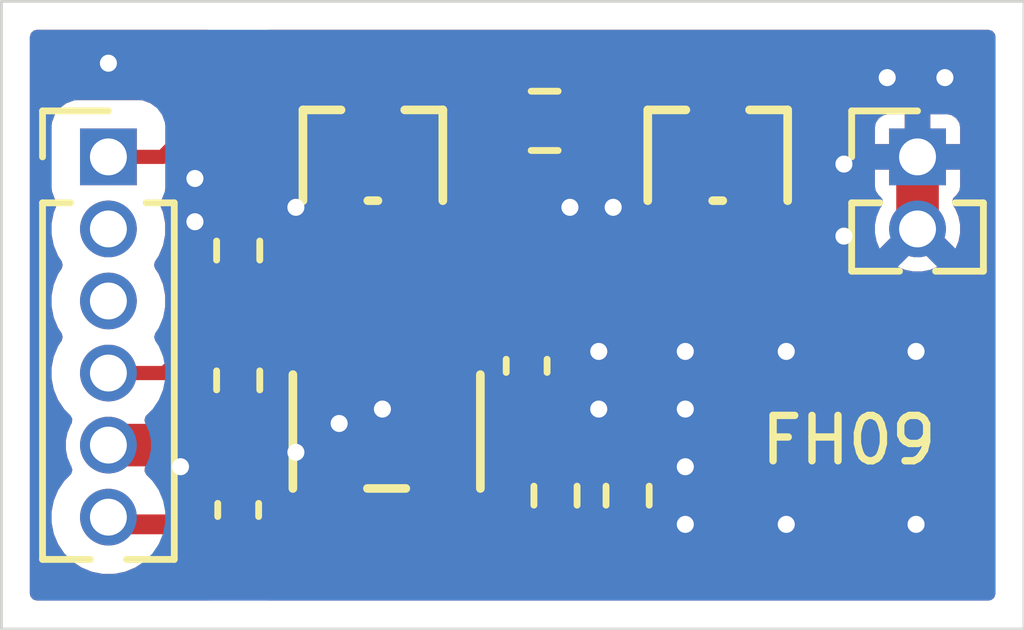
<source format=kicad_pcb>
(kicad_pcb (version 20241229) (generator "pcbnew") (generator_version "9.0")
  (layers (0 "F.Cu" signal) (2 "B.Cu" signal) (13 "F.Paste" user) (15 "B.Paste" user) (5 "F.SilkS" user "F.Silkscreen") (7 "B.SilkS" user "B.Silkscreen") (1 "F.Mask" user) (3 "B.Mask" user) (25 "Edge.Cuts" user))
  (net 0 "")
  (net 1 "/VDD")
  (net 2 "/GND")
  (net 3 "/VCC")
  (net 4 "/VCOIL_N")
  (net 5 "/VCOIL_P")
  (net 6 "Net-(R1-Pad2)")
  (net 7 "/GPIO_1")
  (net 8 "/GPIO_0")
  (net 9 "/GPIO_2")
  (net 10 "/GPIO_3")
  (footprint "Resistor_SMD:R_0402_1005Metric_Pad0.72x0.64mm_HandSolder" (layer "F.Cu") (at 121.666 90.68 90)
    (property "Reference" "R3" (hide yes))
    (property "Value" "R")
    (fp_line (start -0.167621 -0.38) (end 0.167621 -0.38) (stroke (width 0.12)) (layer "F.SilkS"))
    (fp_line (start -0.167621 0.38) (end 0.167621 0.38) (stroke (width 0.12)) (layer "F.SilkS"))
    (pad "1" smd roundrect (at -0.5975 0 90) (size 0.715 0.64) (layers "F.Cu" "F.Mask" "F.Paste") (net 3 "/VCC"))
    (pad "2" smd roundrect (at 0.5975 0 90) (size 0.715 0.64) (layers "F.Cu" "F.Mask" "F.Paste") (net 8 "/GPIO_0"))
  )
  (footprint "Resistor_SMD:R_0402_1005Metric_Pad0.72x0.64mm_HandSolder" (layer "F.Cu") (at 127.254 92.712 -90)
    (property "Reference" "R1" (hide yes))
    (property "Value" "R" (hide yes))
    (fp_line (start -0.167621 0.38) (end 0.167621 0.38) (stroke (width 0.12)) (layer "F.SilkS"))
    (fp_line (start -0.167621 -0.38) (end 0.167621 -0.38) (stroke (width 0.12)) (layer "F.SilkS"))
    (pad "1" smd roundrect (at -0.5975 0 270) (size 0.715 0.64) (layers "F.Cu" "F.Mask" "F.Paste") (net 1 "/VDD"))
    (pad "2" smd roundrect (at 0.5975 0 270) (size 0.715 0.64) (layers "F.Cu" "F.Mask" "F.Paste") (net 6 "Net-(R1-Pad2)"))
  )
  (footprint "Connector_PinHeader_1.27mm:PinHeader_1x02_P1.27mm_Vertical" (layer "F.Cu") (at 133.63 86.741)
    (property "Reference" "J1" (hide yes))
    (property "Value" "Conn_01x02_Pin" (hide yes))
    (fp_line (start -1.16 -0.81) (end 0 -0.81) (stroke (width 0.12)) (layer "F.SilkS"))
    (fp_line (start -1.16 0) (end -1.16 -0.81) (stroke (width 0.12)) (layer "F.SilkS"))
    (fp_line (start -1.16 0.81) (end -1.16 2.015) (stroke (width 0.12)) (layer "F.SilkS"))
    (fp_line (start -1.16 0.81) (end -0.666708 0.81) (stroke (width 0.12)) (layer "F.SilkS"))
    (fp_line (start -1.16 2.015) (end -0.317923 2.015) (stroke (width 0.12)) (layer "F.SilkS"))
    (fp_line (start 0.317923 2.015) (end 1.16 2.015) (stroke (width 0.12)) (layer "F.SilkS"))
    (fp_line (start 0.666708 0.81) (end 1.16 0.81) (stroke (width 0.12)) (layer "F.SilkS"))
    (fp_line (start 1.16 0.81) (end 1.16 2.015) (stroke (width 0.12)) (layer "F.SilkS"))
    (pad "1" thru_hole rect (at 0 0) (size 1 1) (drill 0.65) (layers "*.Cu" "*.Mask") (net 2 "/GND"))
    (pad "2" thru_hole circle (at 0 1.27) (size 1 1) (drill 0.65) (layers "*.Cu" "*.Mask") (net 2 "/GND"))
  )
  (footprint "Capacitor_SMD:C_0402_1005Metric_Pad0.74x0.62mm_HandSolder" (layer "F.Cu") (at 126.746 90.424 -90)
    (property "Reference" "C2" (hide yes))
    (property "Value" "C_Small_US" (hide yes))
    (fp_line (start -0.115835 0.36) (end 0.115835 0.36) (stroke (width 0.12)) (layer "F.SilkS"))
    (fp_line (start -0.115835 -0.36) (end 0.115835 -0.36) (stroke (width 0.12)) (layer "F.SilkS"))
    (pad "1" smd roundrect (at -0.5675 0 270) (size 0.735 0.62) (layers "F.Cu" "F.Mask" "F.Paste") (net 3 "/VCC"))
    (pad "2" smd roundrect (at 0.5675 0 270) (size 0.735 0.62) (layers "F.Cu" "F.Mask" "F.Paste") (net 2 "/GND"))
  )
  (footprint "headstage_footprints:SC-70_SOT323_NEX" (layer "F.Cu") (at 130.111 86.713)
    (property "Reference" "U3" (hide yes))
    (property "Value" "~" (hide yes))
    (fp_line (start -1.2319 -0.8001) (end -1.2319 0.8001) (stroke (width 0.1524)) (layer "F.SilkS"))
    (fp_line (start -0.56134 -0.8001) (end -1.2319 -0.8001) (stroke (width 0.1524)) (layer "F.SilkS"))
    (fp_line (start -0.088659 0.8001) (end 0.088659 0.8001) (stroke (width 0.1524)) (layer "F.SilkS"))
    (fp_line (start 1.2319 -0.8001) (end 0.56134 -0.8001) (stroke (width 0.1524)) (layer "F.SilkS"))
    (fp_line (start 1.2319 0.8001) (end 1.2319 -0.8001) (stroke (width 0.1524)) (layer "F.SilkS"))
    (pad "1" smd rect (at -0.649999 0.8763) (size 0.4572 1.1684) (layers "F.Cu" "F.Mask" "F.Paste") (net 2 "/GND"))
    (pad "2" smd rect (at 0.649999 0.8763) (size 0.4572 1.1684) (layers "F.Cu" "F.Mask" "F.Paste") (net 3 "/VCC"))
    (pad "3" smd rect (at 0 -0.8763) (size 0.4572 1.1684) (layers "F.Cu" "F.Mask" "F.Paste") (net 5 "/VCOIL_P"))
  )
  (footprint "Resistor_SMD:R_0402_1005Metric_Pad0.72x0.64mm_HandSolder" (layer "F.Cu") (at 121.666 88.392 90)
    (property "Reference" "R4" (hide yes))
    (property "Value" "R" (hide yes))
    (fp_line (start -0.167621 -0.38) (end 0.167621 -0.38) (stroke (width 0.12)) (layer "F.SilkS"))
    (fp_line (start -0.167621 0.38) (end 0.167621 0.38) (stroke (width 0.12)) (layer "F.SilkS"))
    (pad "1" smd roundrect (at -0.5975 0 90) (size 0.715 0.64) (layers "F.Cu" "F.Mask" "F.Paste") (net 8 "/GPIO_0"))
    (pad "2" smd roundrect (at 0.5975 0 90) (size 0.715 0.64) (layers "F.Cu" "F.Mask" "F.Paste") (net 2 "/GND"))
  )
  (footprint "Resistor_SMD:R_0603_1608Metric" (layer "F.Cu") (at 127.063 86.106)
    (property "Reference" "J4" (hide yes))
    (property "Value" "~" (hide yes))
    (fp_line (start -0.237258 -0.5225) (end 0.237258 -0.5225) (stroke (width 0.12)) (layer "F.SilkS"))
    (fp_line (start -0.237258 0.5225) (end 0.237258 0.5225) (stroke (width 0.12)) (layer "F.SilkS"))
    (pad "1" smd roundrect (at -0.825 0) (size 0.8 0.95) (layers "F.Cu" "F.Mask" "F.Paste") (net 4 "/VCOIL_N"))
    (pad "2" smd roundrect (at 0.825 0) (size 0.8 0.95) (layers "F.Cu" "F.Mask" "F.Paste") (net 5 "/VCOIL_P"))
  )
  (footprint "headstage_footprints:SC-70_SOT323_NEX" (layer "F.Cu") (at 124.038 86.713)
    (property "Reference" "U4" (hide yes))
    (property "Value" "~" (hide yes))
    (fp_line (start -1.2319 -0.8001) (end -1.2319 0.8001) (stroke (width 0.1524)) (layer "F.SilkS"))
    (fp_line (start -0.56134 -0.8001) (end -1.2319 -0.8001) (stroke (width 0.1524)) (layer "F.SilkS"))
    (fp_line (start -0.088659 0.8001) (end 0.088659 0.8001) (stroke (width 0.1524)) (layer "F.SilkS"))
    (fp_line (start 1.2319 -0.8001) (end 0.56134 -0.8001) (stroke (width 0.1524)) (layer "F.SilkS"))
    (fp_line (start 1.2319 0.8001) (end 1.2319 -0.8001) (stroke (width 0.1524)) (layer "F.SilkS"))
    (pad "1" smd rect (at -0.649999 0.8763) (size 0.4572 1.1684) (layers "F.Cu" "F.Mask" "F.Paste") (net 2 "/GND"))
    (pad "2" smd rect (at 0.649999 0.8763) (size 0.4572 1.1684) (layers "F.Cu" "F.Mask" "F.Paste") (net 3 "/VCC"))
    (pad "3" smd rect (at 0 -0.8763) (size 0.4572 1.1684) (layers "F.Cu" "F.Mask" "F.Paste") (net 4 "/VCOIL_N"))
  )
  (footprint "LED_SMD:LED_0402_1005Metric_Pad0.77x0.64mm_HandSolder" (layer "F.Cu") (at 121.666 86.106 90)
    (property "Reference" "D1" (hide yes))
    (property "Value" "LED" (hide yes))
    (pad "1" smd roundrect (at -0.5725 0 90) (size 0.765 0.64) (layers "F.Cu" "F.Mask" "F.Paste") (net 2 "/GND"))
    (pad "2" smd roundrect (at 0.5725 0 90) (size 0.765 0.64) (layers "F.Cu" "F.Mask" "F.Paste") (net 7 "/GPIO_1"))
  )
  (footprint "Resistor_SMD:R_0402_1005Metric_Pad0.72x0.64mm_HandSolder" (layer "F.Cu") (at 128.524 92.712 90)
    (property "Reference" "R2" (hide yes))
    (property "Value" "R" (hide yes))
    (fp_line (start -0.167621 -0.38) (end 0.167621 -0.38) (stroke (width 0.12)) (layer "F.SilkS"))
    (fp_line (start -0.167621 0.38) (end 0.167621 0.38) (stroke (width 0.12)) (layer "F.SilkS"))
    (pad "1" smd roundrect (at -0.5975 0 90) (size 0.715 0.64) (layers "F.Cu" "F.Mask" "F.Paste") (net 6 "Net-(R1-Pad2)"))
    (pad "2" smd roundrect (at 0.5975 0 90) (size 0.715 0.64) (layers "F.Cu" "F.Mask" "F.Paste") (net 2 "/GND"))
  )
  (footprint "headstage_footprints:UJ-5_ADI" (layer "F.Cu") (at 124.280001 91.58205 -90)
    (property "Reference" "U2" (hide yes))
    (property "Value" "~" (hide yes))
    (fp_line (start -1.0033 1.651) (end 1.0033 1.651) (stroke (width 0.1524)) (layer "F.SilkS"))
    (fp_line (start 1.0033 0.337861) (end 1.0033 -0.337861) (stroke (width 0.1524)) (layer "F.SilkS"))
    (fp_line (start 1.0033 -1.651) (end -1.0033 -1.651) (stroke (width 0.1524)) (layer "F.SilkS"))
    (pad "1" smd rect (at -1.37795 -0.950001 270) (size 1.0033 0.5588) (layers "F.Cu" "F.Mask" "F.Paste") (net 3 "/VCC"))
    (pad "2" smd rect (at -1.37795 0 270) (size 1.0033 0.5588) (layers "F.Cu" "F.Mask" "F.Paste") (net 2 "/GND"))
    (pad "3" smd rect (at -1.37795 0.950001 270) (size 1.0033 0.5588) (layers "F.Cu" "F.Mask" "F.Paste") (net 3 "/VCC"))
    (pad "4" smd rect (at 1.37795 0.950001 270) (size 1.0033 0.5588) (layers "F.Cu" "F.Mask" "F.Paste") (net 1 "/VDD"))
    (pad "5" smd rect (at 1.37795 -0.950001 270) (size 1.0033 0.5588) (layers "F.Cu" "F.Mask" "F.Paste") (net 6 "Net-(R1-Pad2)"))
  )
  (footprint "Connector_PinHeader_1.27mm:PinHeader_1x06_P1.27mm_Vertical" (layer "F.Cu") (at 119.38 86.741)
    (property "Reference" "J3" (hide yes))
    (property "Value" "Conn_01x06_Pin" (hide yes))
    (fp_line (start -1.16 -0.81) (end 0 -0.81) (stroke (width 0.12)) (layer "F.SilkS"))
    (fp_line (start -1.16 0) (end -1.16 -0.81) (stroke (width 0.12)) (layer "F.SilkS"))
    (fp_line (start -1.16 0.81) (end -1.16 7.095) (stroke (width 0.12)) (layer "F.SilkS"))
    (fp_line (start -1.16 0.81) (end -0.666708 0.81) (stroke (width 0.12)) (layer "F.SilkS"))
    (fp_line (start -1.16 7.095) (end -0.317923 7.095) (stroke (width 0.12)) (layer "F.SilkS"))
    (fp_line (start 0.317923 7.095) (end 1.16 7.095) (stroke (width 0.12)) (layer "F.SilkS"))
    (fp_line (start 0.666708 0.81) (end 1.16 0.81) (stroke (width 0.12)) (layer "F.SilkS"))
    (fp_line (start 1.16 0.81) (end 1.16 7.095) (stroke (width 0.12)) (layer "F.SilkS"))
    (pad "1" thru_hole rect (at 0 0) (size 1 1) (drill 0.65) (layers "*.Cu" "*.Mask") (net 7 "/GPIO_1"))
    (pad "2" thru_hole circle (at 0 1.27) (size 1 1) (drill 0.65) (layers "*.Cu" "*.Mask") (net 10 "/GPIO_3"))
    (pad "3" thru_hole circle (at 0 2.54) (size 1 1) (drill 0.65) (layers "*.Cu" "*.Mask") (net 9 "/GPIO_2"))
    (pad "4" thru_hole circle (at 0 3.81) (size 1 1) (drill 0.65) (layers "*.Cu" "*.Mask") (net 8 "/GPIO_0"))
    (pad "5" thru_hole circle (at 0 5.08) (size 1 1) (drill 0.65) (layers "*.Cu" "*.Mask") (net 2 "/GND"))
    (pad "6" thru_hole circle (at 0 6.35) (size 1 1) (drill 0.65) (layers "*.Cu" "*.Mask") (net 1 "/VDD"))
  )
  (footprint "Capacitor_SMD:C_0402_1005Metric_Pad0.74x0.62mm_HandSolder" (layer "F.Cu") (at 121.666 92.964 90)
    (property "Reference" "C1" (hide yes))
    (property "Value" "C_Small_US" (hide yes))
    (fp_line (start -0.115835 -0.36) (end 0.115835 -0.36) (stroke (width 0.12)) (layer "F.SilkS"))
    (fp_line (start -0.115835 0.36) (end 0.115835 0.36) (stroke (width 0.12)) (layer "F.SilkS"))
    (pad "1" smd roundrect (at -0.5675 0 90) (size 0.735 0.62) (layers "F.Cu" "F.Mask" "F.Paste") (net 1 "/VDD"))
    (pad "2" smd roundrect (at 0.5675 0 90) (size 0.735 0.62) (layers "F.Cu" "F.Mask" "F.Paste") (net 2 "/GND"))
  )
  (gr_rect (start 117.496 84.001) (end 135.504 95.062) (stroke (width 0.05)) (fill no) (layer "Edge.Cuts"))
  (gr_text "FH09" (at 130.81 92.202 0) (layer "F.SilkS") (effects (font (size 0.8 0.8) (thickness 0.13)) (justify left bottom)))
  (segment (start 119.507 93.218) (end 119.38 93.091) (width 0.35) (layer "F.Cu") (net 1))
  (segment (start 121.3525 93.218) (end 119.507 93.218) (width 0.35) (layer "F.Cu") (net 1))
  (segment (start 121.666 93.5315) (end 121.3525 93.218) (width 0.35) (layer "F.Cu") (net 1))
  (segment (start 123.639 92.651) (end 122.7585 93.5315) (width 0.35) (layer "F.Cu") (net 1))
  (segment (start 127.21135 92.15935) (end 127.254 92.202) (width 0.2) (layer "F.Cu") (net 1))
  (segment (start 121.666 93.468) (end 121.666 93.472) (width 0.2) (layer "F.Cu") (net 1))
  (segment (start 123.33 92.96) (end 123.639 92.651) (width 0.35) (layer "F.Cu") (net 1))
  (segment (start 124.342 91.948) (end 127.0875 91.948) (width 0.35) (layer "F.Cu") (net 1))
  (segment (start 127.0875 91.948) (end 127.254 92.1145) (width 0.35) (layer "F.Cu") (net 1))
  (segment (start 122.7585 93.5315) (end 121.666 93.5315) (width 0.35) (layer "F.Cu") (net 1))
  (segment (start 123.639 92.651) (end 124.342 91.948) (width 0.35) (layer "F.Cu") (net 1))
  (segment (start 123.33 92.96) (end 123.34 92.96) (width 0.2) (layer "F.Cu") (net 1))
  (segment (start 119.38 91.821) (end 119.384 91.825) (width 0.2) (layer "F.Cu") (net 2))
  (segment (start 123.347301 87.63) (end 123.388001 87.5893) (width 0.2) (layer "F.Cu") (net 2))
  (segment (start 122.682 87.63) (end 123.347301 87.63) (width 0.55) (layer "F.Cu") (net 2))
  (segment (start 133.63 86.741) (end 133.63 88.011) (width 0.75) (layer "F.Cu") (net 2))
  (segment (start 128.27 87.63) (end 129.420301 87.63) (width 0.55) (layer "F.Cu") (net 2))
  (segment (start 124.206 91.186) (end 124.206 90.278101) (width 0.4) (layer "F.Cu") (net 2))
  (segment (start 129.420301 87.63) (end 129.461001 87.5893) (width 0.2) (layer "F.Cu") (net 2))
  (segment (start 120.65 92.202) (end 120.269 91.821) (width 0.75) (layer "F.Cu") (net 2))
  (segment (start 124.206 90.278101) (end 124.280001 90.2041) (width 0.2) (layer "F.Cu") (net 2))
  (segment (start 120.269 91.821) (end 119.38 91.821) (width 0.75) (layer "F.Cu") (net 2))
  (via (at 129.54 93.218) (size 0.6) (drill 0.3) (layers "F.Cu" "B.Cu") (net 2))
  (via (at 133.604 90.17) (size 0.6) (drill 0.3) (layers "F.Cu" "B.Cu") (net 2))
  (via (at 133.604 93.218) (size 0.6) (drill 0.3) (layers "F.Cu" "B.Cu") (net 2))
  (via (at 129.54 90.17) (size 0.6) (drill 0.3) (layers "F.Cu" "B.Cu") (net 2))
  (via (at 128.27 87.63) (size 0.6) (drill 0.3) (layers "F.Cu" "B.Cu") (net 2))
  (via (at 134.112 85.344) (size 0.6) (drill 0.3) (layers "F.Cu" "B.Cu") (net 2))
  (via (at 123.444 91.44) (size 0.6) (drill 0.3) (layers "F.Cu" "B.Cu") (net 2))
  (via (at 119.38 85.09) (size 0.6) (drill 0.3) (layers "F.Cu" "B.Cu") (net 2))
  (via (at 127.508 87.63) (size 0.6) (drill 0.3) (layers "F.Cu" "B.Cu") (net 2))
  (via (at 132.334 88.138) (size 0.6) (drill 0.3) (layers "F.Cu" "B.Cu") (net 2))
  (via (at 124.206 91.186) (size 0.6) (drill 0.3) (layers "F.Cu" "B.Cu") (net 2))
  (via (at 131.318 93.218) (size 0.6) (drill 0.3) (layers "F.Cu" "B.Cu") (net 2))
  (via (at 120.65 92.202) (size 0.6) (drill 0.3) (layers "F.Cu" "B.Cu") (net 2))
  (via (at 132.334 86.868) (size 0.6) (drill 0.3) (layers "F.Cu" "B.Cu") (net 2))
  (via (at 128.016 91.186) (size 0.6) (drill 0.3) (layers "F.Cu" "B.Cu") (net 2))
  (via (at 129.54 92.202) (size 0.6) (drill 0.3) (layers "F.Cu" "B.Cu") (net 2))
  (via (at 120.904 87.884) (size 0.6) (drill 0.3) (layers "F.Cu" "B.Cu") (net 2))
  (via (at 129.54 91.186) (size 0.6) (drill 0.3) (layers "F.Cu" "B.Cu") (net 2))
  (via (at 133.096 85.344) (size 0.6) (drill 0.3) (layers "F.Cu" "B.Cu") (net 2))
  (via (at 128.016 90.17) (size 0.6) (drill 0.3) (layers "F.Cu" "B.Cu") (net 2))
  (via (at 131.318 90.17) (size 0.6) (drill 0.3) (layers "F.Cu" "B.Cu") (net 2))
  (via (at 122.682 91.948) (size 0.6) (drill 0.3) (layers "F.Cu" "B.Cu") (net 2))
  (via (at 122.682 87.63) (size 0.6) (drill 0.3) (layers "F.Cu" "B.Cu") (net 2))
  (via (at 120.904 87.122) (size 0.6) (drill 0.3) (layers "F.Cu" "B.Cu") (net 2))
  (segment (start 127 88.928) (end 129.777899 88.928) (width 0.4) (layer "F.Cu") (net 3))
  (segment (start 129.777899 88.928) (end 130.760999 87.9449) (width 0.4) (layer "F.Cu") (net 3))
  (segment (start 125.73735 88.63865) (end 124.687999 87.5893) (width 0.4) (layer "F.Cu") (net 3))
  (segment (start 124.46 88.928) (end 124.968 88.928) (width 0.4) (layer "F.Cu") (net 3))
  (segment (start 125.230002 89.190002) (end 125.230002 90.2041) (width 0.4) (layer "F.Cu") (net 3))
  (segment (start 123.33 90.2041) (end 123.33 89.30245) (width 0.4) (layer "F.Cu") (net 3))
  (segment (start 124.968 88.928) (end 125.230002 89.190002) (width 0.4) (layer "F.Cu") (net 3))
  (segment (start 123.33 89.30245) (end 123.70445 88.928) (width 0.4) (layer "F.Cu") (net 3))
  (segment (start 130.760999 87.9449) (end 130.760999 87.5893) (width 0.4) (layer "F.Cu") (net 3))
  (segment (start 126.026699 88.928) (end 125.73735 88.63865) (width 0.4) (layer "F.Cu") (net 3))
  (segment (start 123.70445 88.928) (end 124.46 88.928) (width 0.4) (layer "F.Cu") (net 3))
  (segment (start 125.347602 90.0865) (end 125.230002 90.2041) (width 0.3) (layer "F.Cu") (net 3))
  (segment (start 121.666 91.2775) (end 122.2566 91.2775) (width 0.4) (layer "F.Cu") (net 3))
  (segment (start 126.746 89.647301) (end 126.746 90.0865) (width 0.3) (layer "F.Cu") (net 3))
  (segment (start 122.2566 91.2775) (end 123.33 90.2041) (width 0.4) (layer "F.Cu") (net 3))
  (segment (start 127 88.928) (end 126.026699 88.928) (width 0.4) (layer "F.Cu") (net 3))
  (segment (start 126.746 89.647301) (end 125.73735 88.63865) (width 0.4) (layer "F.Cu") (net 3))
  (segment (start 124.46 88.928) (end 127 88.928) (width 0.4) (layer "F.Cu") (net 3))
  (segment (start 124.2467 85.628) (end 124.038 85.8367) (width 0.2) (layer "F.Cu") (net 4))
  (segment (start 125.76 85.628) (end 124.2467 85.628) (width 0.35) (layer "F.Cu") (net 4))
  (segment (start 126.238 86.106) (end 125.76 85.628) (width 0.35) (layer "F.Cu") (net 4))
  (segment (start 128.396 85.598) (end 129.8723 85.598) (width 0.35) (layer "F.Cu") (net 5))
  (segment (start 129.8723 85.598) (end 130.111 85.8367) (width 0.2) (layer "F.Cu") (net 5))
  (segment (start 127.888 86.106) (end 128.396 85.598) (width 0.35) (layer "F.Cu") (net 5))
  (segment (start 128.079 86.106) (end 127.888 86.106) (width 0.2) (layer "F.Cu") (net 5))
  (segment (start 125.98 92.96) (end 126.238 93.218) (width 0.35) (layer "F.Cu") (net 6))
  (segment (start 126.238 93.218) (end 127.252 93.218) (width 0.35) (layer "F.Cu") (net 6))
  (segment (start 125.230002 92.96) (end 125.98 92.96) (width 0.35) (layer "F.Cu") (net 6))
  (segment (start 128.524 93.222) (end 127.254 93.222) (width 0.35) (layer "F.Cu") (net 6))
  (segment (start 127.252 93.22) (end 127.254 93.222) (width 0.2) (layer "F.Cu") (net 6))
  (segment (start 121.5415 85.5335) (end 120.334 86.741) (width 0.25) (layer "F.Cu") (net 7))
  (segment (start 121.666 85.5335) (end 121.5415 85.5335) (width 0.25) (layer "F.Cu") (net 7))
  (segment (start 120.334 86.741) (end 119.38 86.741) (width 0.25) (layer "F.Cu") (net 7))
  (segment (start 120.755 90.17) (end 121.666 90.17) (width 0.25) (layer "F.Cu") (net 8))
  (segment (start 121.666 90.17) (end 121.666 89.158) (width 0.25) (layer "F.Cu") (net 8))
  (segment (start 120.374 90.551) (end 119.38 90.551) (width 0.25) (layer "F.Cu") (net 8))
  (segment (start 121.7 90.11) (end 121.72 90.13) (width 0.2) (layer "F.Cu") (net 8))
  (segment (start 120.374 90.551) (end 120.755 90.17) (width 0.25) (layer "F.Cu") (net 8))
  (zone (net 2) (net_name "/GND") (layers "F.Cu" "B.Cu") (connect_pads (clearance 0.5)) (min_thickness 0.25) (fill yes (thermal_gap 0.25) (thermal_bridge_width 0.45))
    (polygon (pts (xy 117.856 84.328) (xy 135.128 84.328) (xy 135.128 94.742) (xy 117.856 94.742)))
  )
)
</source>
